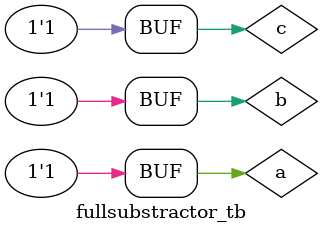
<source format=v>
module halfsubstractor (a,b,d,br);
    input a,b;
    output d,br;
    assign d = a^b;
    assign br = (~a)&b;
endmodule

module fullsubstractor (a,b,c,d,br);
    input a,b,c;
    output d,br;
    wire t0,t1,t2;
    halfsubstractor hs0(a,b,t0,t1);
    halfsubstractor hs1(t0,c,d,t2);
    assign br = t1 | t2;
endmodule

module fullsubstractor_tb();
    reg a,b,c;
    wire d,br;
    fullsubstractor dut(a,b,c,d,br);

    initial begin
        a=0; b=0; c=0; #10;
        a=0; b=0; c=1; #10;
        a=0; b=1; c=0; #10;
        a=0; b=1; c=1; #10;
        a=1; b=0; c=0; #10;
        a=1; b=0; c=1; #10;
        a=1; b=1; c=0; #10;
        a=1; b=1; c=1; #10;
    end
endmodule
</source>
